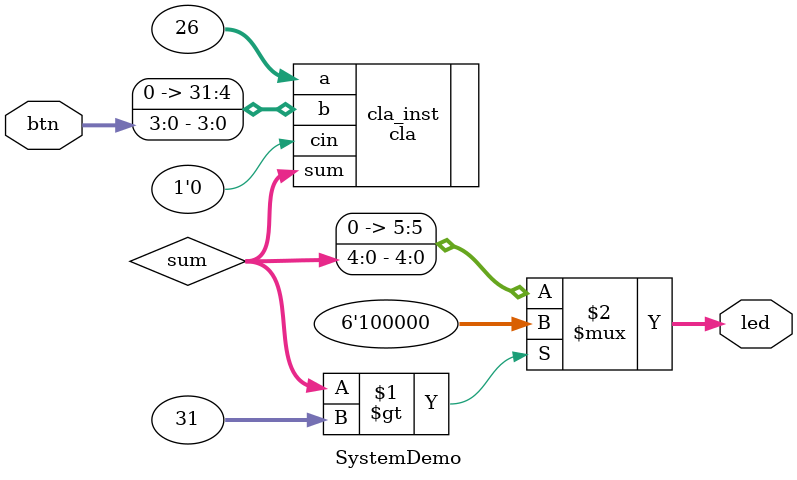
<source format=v>
module SystemDemo(
   input wire [3:0] btn,
   output wire [5:0] led
);
   wire [31:0] sum;
   cla cla_inst(
     .a(32'd26),
     .b({28'd0, btn}),
     .cin(1'b0),
     .sum(sum)
   );
   
   assign led = (sum > 32'd31) ? 6'b100000 : {1'b0, sum[4:0]};
endmodule
</source>
